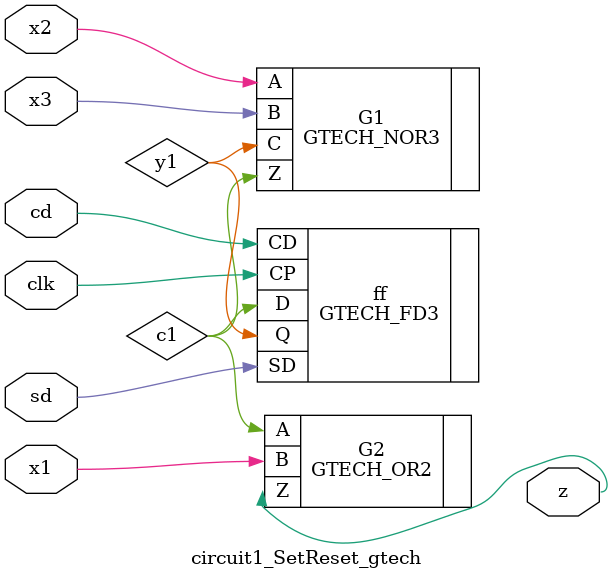
<source format=v>
module circuit1_SetReset_gtech ( clk, x1, x2, x3, cd, sd, z ); 
input clk, x1, x2, x3, cd, sd;
output z; 
wire y1, c1;
GTECH_NOR3 G1 ( .A(x2), .B(x3), .C(y1), .Z(c1) );
GTECH_FD3 ff ( .D(c1), .CP(clk), .CD(cd), .SD(sd), .Q(y1) ); 
GTECH_OR2 G2 ( .A(c1), .B(x1), .Z(z) );
endmodule


</source>
